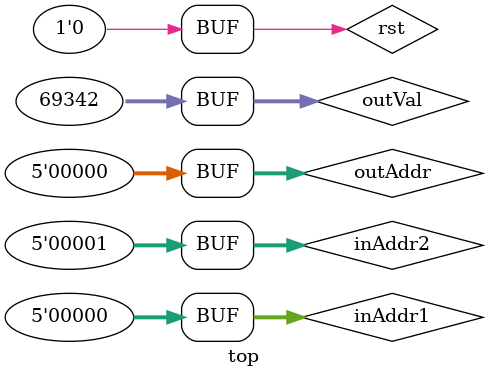
<source format=v>
module Reg_file(input rst,input [4:0]inAddr1,input [4:0]inAddr2,input [4:0]outAddr,output [31:0]inVal1,output [31:0]inVal2,input [31:0]outVal);

    reg [31:0]reg_file[31:0];
    wire [4:0] inAddr1,inAddr2,outAddr;
    wire [31:0] inVal1,inVal2,outVal;
    wire rst;
    integer j;

    genvar i;
    generate
        for(i=0;i<32;i=i+1)
        begin
            TriArr T1(reg_file[i],~|(i^inAddr1),inVal1);
            TriArr T2(reg_file[i],~|(i^inAddr2),inVal2);
        end
    endgenerate

    //in this case Always Block is inevitable as we need to assign a value to a reg
    always @(outVal or outAddr) 
    begin
        reg_file[outAddr] <= outVal;
    end

    always @(rst) 
    begin
        for(j=0;j<32;j=j+1)
        begin
            reg_file[j] <= 32'b0;
        end
    end

endmodule

module top;
    reg [4:0] inAddr1,inAddr2,outAddr;
    wire [31:0] inVal1,inVal2;
    reg [31:0]outVal;
    reg rst;

    Reg_file RF(rst,inAddr1,inAddr2,outAddr,inVal1,inVal2,outVal);

    initial 
    begin
        //Load Values into r0,r1
        #0 rst = 1;inAddr1 = 5'b0;inAddr2 = 5'b1;
        #10 rst=0;outAddr = 5'b0;outVal = 32'd567;
        #10 outAddr = 5'b1;outVal = 32'd5237;
        //Update value in r0
        #10 outVal = 32'd69342;outAddr = 32'b0;
    end

    initial
    begin
        $monitor($time, "ALU Input1=%d ALU Input2=%d ALU output=%d\n",inVal1,inVal2,outVal);
   end

endmodule

</source>
